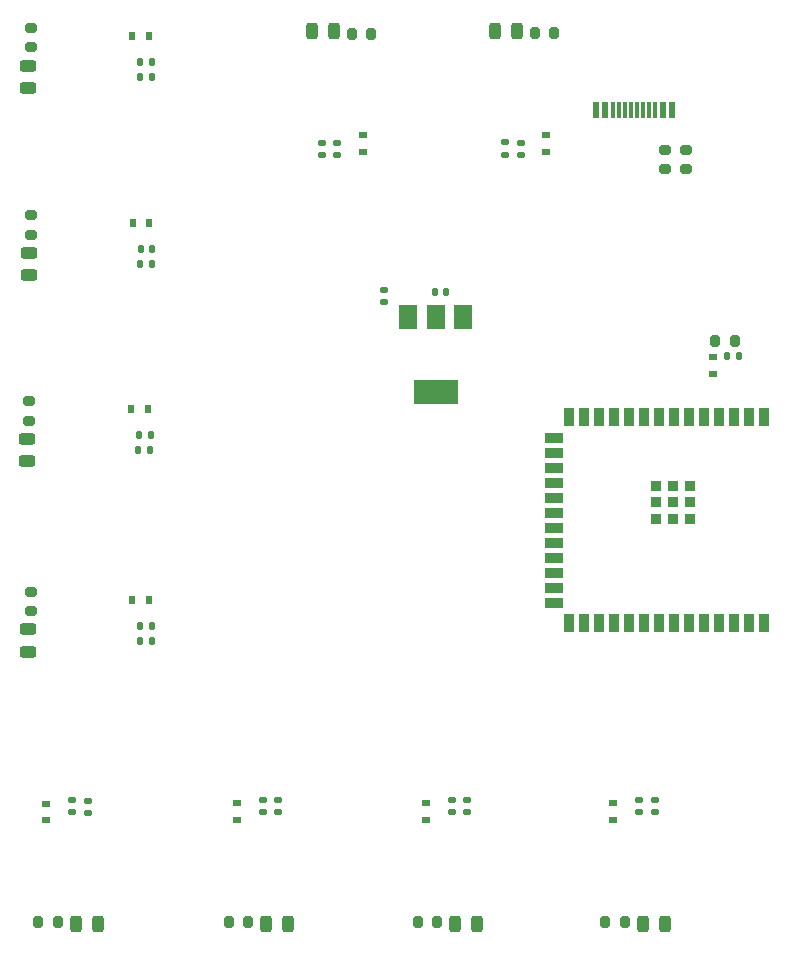
<source format=gtp>
G04 #@! TF.GenerationSoftware,KiCad,Pcbnew,7.0.5-7.0.5~ubuntu22.04.1*
G04 #@! TF.CreationDate,2023-06-19T14:44:42+01:00*
G04 #@! TF.ProjectId,logic_board,6c6f6769-635f-4626-9f61-72642e6b6963,rev?*
G04 #@! TF.SameCoordinates,Original*
G04 #@! TF.FileFunction,Paste,Top*
G04 #@! TF.FilePolarity,Positive*
%FSLAX46Y46*%
G04 Gerber Fmt 4.6, Leading zero omitted, Abs format (unit mm)*
G04 Created by KiCad (PCBNEW 7.0.5-7.0.5~ubuntu22.04.1) date 2023-06-19 14:44:42*
%MOMM*%
%LPD*%
G01*
G04 APERTURE LIST*
G04 Aperture macros list*
%AMRoundRect*
0 Rectangle with rounded corners*
0 $1 Rounding radius*
0 $2 $3 $4 $5 $6 $7 $8 $9 X,Y pos of 4 corners*
0 Add a 4 corners polygon primitive as box body*
4,1,4,$2,$3,$4,$5,$6,$7,$8,$9,$2,$3,0*
0 Add four circle primitives for the rounded corners*
1,1,$1+$1,$2,$3*
1,1,$1+$1,$4,$5*
1,1,$1+$1,$6,$7*
1,1,$1+$1,$8,$9*
0 Add four rect primitives between the rounded corners*
20,1,$1+$1,$2,$3,$4,$5,0*
20,1,$1+$1,$4,$5,$6,$7,0*
20,1,$1+$1,$6,$7,$8,$9,0*
20,1,$1+$1,$8,$9,$2,$3,0*%
G04 Aperture macros list end*
%ADD10RoundRect,0.200000X-0.275000X0.200000X-0.275000X-0.200000X0.275000X-0.200000X0.275000X0.200000X0*%
%ADD11RoundRect,0.135000X0.185000X-0.135000X0.185000X0.135000X-0.185000X0.135000X-0.185000X-0.135000X0*%
%ADD12RoundRect,0.243750X0.456250X-0.243750X0.456250X0.243750X-0.456250X0.243750X-0.456250X-0.243750X0*%
%ADD13R,0.700000X0.600000*%
%ADD14RoundRect,0.135000X-0.135000X-0.185000X0.135000X-0.185000X0.135000X0.185000X-0.135000X0.185000X0*%
%ADD15RoundRect,0.200000X-0.200000X-0.275000X0.200000X-0.275000X0.200000X0.275000X-0.200000X0.275000X0*%
%ADD16RoundRect,0.200000X0.200000X0.275000X-0.200000X0.275000X-0.200000X-0.275000X0.200000X-0.275000X0*%
%ADD17RoundRect,0.243750X0.243750X0.456250X-0.243750X0.456250X-0.243750X-0.456250X0.243750X-0.456250X0*%
%ADD18RoundRect,0.135000X-0.185000X0.135000X-0.185000X-0.135000X0.185000X-0.135000X0.185000X0.135000X0*%
%ADD19RoundRect,0.140000X-0.140000X-0.170000X0.140000X-0.170000X0.140000X0.170000X-0.140000X0.170000X0*%
%ADD20R,0.600000X0.700000*%
%ADD21RoundRect,0.243750X-0.243750X-0.456250X0.243750X-0.456250X0.243750X0.456250X-0.243750X0.456250X0*%
%ADD22R,1.500000X2.000000*%
%ADD23R,3.800000X2.000000*%
%ADD24RoundRect,0.140000X0.170000X-0.140000X0.170000X0.140000X-0.170000X0.140000X-0.170000X-0.140000X0*%
%ADD25RoundRect,0.140000X-0.170000X0.140000X-0.170000X-0.140000X0.170000X-0.140000X0.170000X0.140000X0*%
%ADD26R,0.600000X1.450000*%
%ADD27R,0.300000X1.450000*%
%ADD28R,0.900000X1.500000*%
%ADD29R,1.500000X0.900000*%
%ADD30R,0.900000X0.900000*%
G04 APERTURE END LIST*
D10*
G04 #@! TO.C,R7*
X74047148Y-103425000D03*
X74047148Y-105075000D03*
G04 #@! TD*
G04 #@! TO.C,R21*
X73947148Y-87285000D03*
X73947148Y-88935000D03*
G04 #@! TD*
D11*
G04 #@! TO.C,R16*
X94987148Y-122110000D03*
X94987148Y-121090000D03*
G04 #@! TD*
D12*
G04 #@! TO.C,D9*
X73897148Y-76587500D03*
X73897148Y-74712500D03*
G04 #@! TD*
D13*
G04 #@! TO.C,D1*
X131837148Y-84950000D03*
X131837148Y-83550000D03*
G04 #@! TD*
D11*
G04 #@! TO.C,R24*
X126887148Y-122110000D03*
X126887148Y-121090000D03*
G04 #@! TD*
D14*
G04 #@! TO.C,R14*
X83277148Y-59860000D03*
X84297148Y-59860000D03*
G04 #@! TD*
D15*
G04 #@! TO.C,R5*
X74712148Y-131350000D03*
X76362148Y-131350000D03*
G04 #@! TD*
D16*
G04 #@! TO.C,R11*
X102902148Y-56160000D03*
X101252148Y-56160000D03*
G04 #@! TD*
D14*
G04 #@! TO.C,R20*
X83327148Y-75700000D03*
X84347148Y-75700000D03*
G04 #@! TD*
D12*
G04 #@! TO.C,D10*
X73747148Y-92347500D03*
X73747148Y-90472500D03*
G04 #@! TD*
D13*
G04 #@! TO.C,D15*
X102227148Y-64759999D03*
X102227148Y-66159999D03*
G04 #@! TD*
D17*
G04 #@! TO.C,D4*
X111874648Y-131540000D03*
X109999648Y-131540000D03*
G04 #@! TD*
G04 #@! TO.C,D11*
X127774648Y-131540000D03*
X125899648Y-131540000D03*
G04 #@! TD*
D13*
G04 #@! TO.C,D21*
X123387148Y-122740000D03*
X123387148Y-121340000D03*
G04 #@! TD*
D18*
G04 #@! TO.C,R18*
X114227148Y-65379999D03*
X114227148Y-66399999D03*
G04 #@! TD*
D19*
G04 #@! TO.C,C9*
X83347148Y-58560000D03*
X84307148Y-58560000D03*
G04 #@! TD*
D14*
G04 #@! TO.C,R8*
X83277148Y-107600000D03*
X84297148Y-107600000D03*
G04 #@! TD*
D10*
G04 #@! TO.C,R3*
X127741148Y-66009000D03*
X127741148Y-67659000D03*
G04 #@! TD*
D20*
G04 #@! TO.C,D20*
X82547147Y-87960000D03*
X83947147Y-87960000D03*
G04 #@! TD*
D16*
G04 #@! TO.C,R17*
X118402148Y-56150000D03*
X116752148Y-56150000D03*
G04 #@! TD*
D20*
G04 #@! TO.C,D19*
X82697147Y-72200000D03*
X84097147Y-72200000D03*
G04 #@! TD*
G04 #@! TO.C,D13*
X82647147Y-104100000D03*
X84047147Y-104100000D03*
G04 #@! TD*
G04 #@! TO.C,D16*
X82647147Y-56360000D03*
X84047147Y-56360000D03*
G04 #@! TD*
D11*
G04 #@! TO.C,R6*
X78887148Y-122120000D03*
X78887148Y-121100000D03*
G04 #@! TD*
D16*
G04 #@! TO.C,R4*
X133662148Y-82150000D03*
X132012148Y-82150000D03*
G04 #@! TD*
D19*
G04 #@! TO.C,C6*
X83347148Y-106300000D03*
X84307148Y-106300000D03*
G04 #@! TD*
D21*
G04 #@! TO.C,D8*
X113339648Y-55950000D03*
X115214648Y-55950000D03*
G04 #@! TD*
D10*
G04 #@! TO.C,R2*
X129519148Y-66009000D03*
X129519148Y-67659000D03*
G04 #@! TD*
D19*
G04 #@! TO.C,C4*
X108257148Y-78050000D03*
X109217148Y-78050000D03*
G04 #@! TD*
D18*
G04 #@! TO.C,R12*
X98727148Y-65389999D03*
X98727148Y-66409999D03*
G04 #@! TD*
D22*
G04 #@! TO.C,U2*
X110637148Y-80200000D03*
X108337148Y-80200000D03*
D23*
X108337148Y-86500000D03*
D22*
X106037148Y-80200000D03*
G04 #@! TD*
D21*
G04 #@! TO.C,D5*
X97839648Y-55960000D03*
X99714648Y-55960000D03*
G04 #@! TD*
D13*
G04 #@! TO.C,D14*
X107487148Y-122740000D03*
X107487148Y-121340000D03*
G04 #@! TD*
D24*
G04 #@! TO.C,C2*
X103937148Y-78855000D03*
X103937148Y-77895000D03*
G04 #@! TD*
D13*
G04 #@! TO.C,D12*
X75387148Y-122750000D03*
X75387148Y-121350000D03*
G04 #@! TD*
D17*
G04 #@! TO.C,D7*
X95874648Y-131540000D03*
X93999648Y-131540000D03*
G04 #@! TD*
D24*
G04 #@! TO.C,C7*
X109687148Y-122040000D03*
X109687148Y-121080000D03*
G04 #@! TD*
D15*
G04 #@! TO.C,R23*
X122712148Y-131340000D03*
X124362148Y-131340000D03*
G04 #@! TD*
D10*
G04 #@! TO.C,R19*
X74097148Y-71525000D03*
X74097148Y-73175000D03*
G04 #@! TD*
D13*
G04 #@! TO.C,D17*
X91487148Y-122740000D03*
X91487148Y-121340000D03*
G04 #@! TD*
D14*
G04 #@! TO.C,R22*
X83177148Y-91460000D03*
X84197148Y-91460000D03*
G04 #@! TD*
D10*
G04 #@! TO.C,R13*
X74047148Y-55685000D03*
X74047148Y-57335000D03*
G04 #@! TD*
D15*
G04 #@! TO.C,R9*
X106812148Y-131340000D03*
X108462148Y-131340000D03*
G04 #@! TD*
D24*
G04 #@! TO.C,C5*
X77587148Y-122050000D03*
X77587148Y-121090000D03*
G04 #@! TD*
D25*
G04 #@! TO.C,C8*
X100027148Y-65459999D03*
X100027148Y-66419999D03*
G04 #@! TD*
G04 #@! TO.C,C11*
X115527148Y-65449999D03*
X115527148Y-66409999D03*
G04 #@! TD*
D17*
G04 #@! TO.C,D2*
X79774648Y-131550000D03*
X77899648Y-131550000D03*
G04 #@! TD*
D24*
G04 #@! TO.C,C10*
X93687148Y-122040000D03*
X93687148Y-121080000D03*
G04 #@! TD*
D15*
G04 #@! TO.C,R15*
X90812148Y-131340000D03*
X92462148Y-131340000D03*
G04 #@! TD*
D14*
G04 #@! TO.C,R1*
X133037148Y-83450000D03*
X134057148Y-83450000D03*
G04 #@! TD*
D12*
G04 #@! TO.C,D6*
X73847148Y-60747500D03*
X73847148Y-58872500D03*
G04 #@! TD*
D24*
G04 #@! TO.C,C14*
X125587148Y-122040000D03*
X125587148Y-121080000D03*
G04 #@! TD*
D26*
G04 #@! TO.C,J4*
X128387148Y-62595000D03*
X127587148Y-62595000D03*
D27*
X126387148Y-62595000D03*
X125387148Y-62595000D03*
X124887148Y-62595000D03*
X123887148Y-62595000D03*
D26*
X122687148Y-62595000D03*
X121887148Y-62595000D03*
X121887148Y-62595000D03*
X122687148Y-62595000D03*
D27*
X123387148Y-62595000D03*
X124387148Y-62595000D03*
X125887148Y-62595000D03*
X126887148Y-62595000D03*
D26*
X127587148Y-62595000D03*
X128387148Y-62595000D03*
G04 #@! TD*
D12*
G04 #@! TO.C,D3*
X73847148Y-108487500D03*
X73847148Y-106612500D03*
G04 #@! TD*
D13*
G04 #@! TO.C,D18*
X117727148Y-64749999D03*
X117727148Y-66149999D03*
G04 #@! TD*
D11*
G04 #@! TO.C,R10*
X110987148Y-122110000D03*
X110987148Y-121090000D03*
G04 #@! TD*
D28*
G04 #@! TO.C,U1*
X136157148Y-88600000D03*
X134887148Y-88600000D03*
X133617148Y-88600000D03*
X132347148Y-88600000D03*
X131077148Y-88600000D03*
X129807148Y-88600000D03*
X128537148Y-88600000D03*
X127267148Y-88600000D03*
X125997148Y-88600000D03*
X124727148Y-88600000D03*
X123457148Y-88600000D03*
X122187148Y-88600000D03*
X120917148Y-88600000D03*
X119647148Y-88600000D03*
D29*
X118397148Y-90365000D03*
X118397148Y-91635000D03*
X118397148Y-92905000D03*
X118397148Y-94175000D03*
X118397148Y-95445000D03*
X118397148Y-96715000D03*
X118397148Y-97985000D03*
X118397148Y-99255000D03*
X118397148Y-100525000D03*
X118397148Y-101795000D03*
X118397148Y-103065000D03*
X118397148Y-104335000D03*
D28*
X119647148Y-106100000D03*
X120917148Y-106100000D03*
X122187148Y-106100000D03*
X123457148Y-106100000D03*
X124727148Y-106100000D03*
X125997148Y-106100000D03*
X127267148Y-106100000D03*
X128537148Y-106100000D03*
X129807148Y-106100000D03*
X131077148Y-106100000D03*
X132347148Y-106100000D03*
X133617148Y-106100000D03*
X134887148Y-106100000D03*
X136157148Y-106100000D03*
D30*
X129837148Y-94450000D03*
X128437148Y-94450000D03*
X127037148Y-94450000D03*
X127037148Y-94450000D03*
X129837148Y-95850000D03*
X129837148Y-95850000D03*
X128437148Y-95850000D03*
X127037148Y-95850000D03*
X129837148Y-97250000D03*
X128437148Y-97250000D03*
X127037148Y-97250000D03*
G04 #@! TD*
D19*
G04 #@! TO.C,C12*
X83397148Y-74400000D03*
X84357148Y-74400000D03*
G04 #@! TD*
G04 #@! TO.C,C13*
X83247148Y-90160000D03*
X84207148Y-90160000D03*
G04 #@! TD*
M02*

</source>
